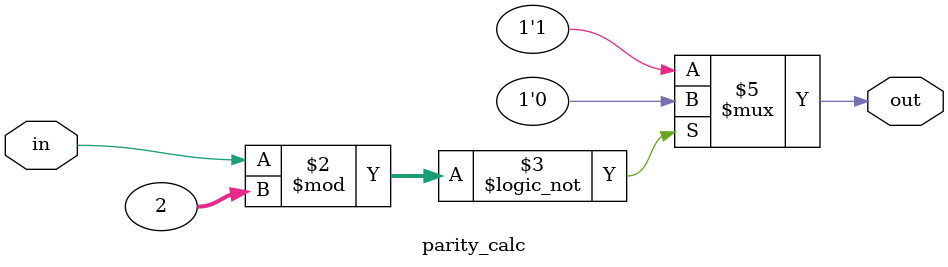
<source format=v>
`timescale 1ns / 1ps
module parity_calc(
        input in,
        output reg out
   );
   
always @(*) begin
    if(in%2==0) out=0;
    else out=1;

end
endmodule

</source>
